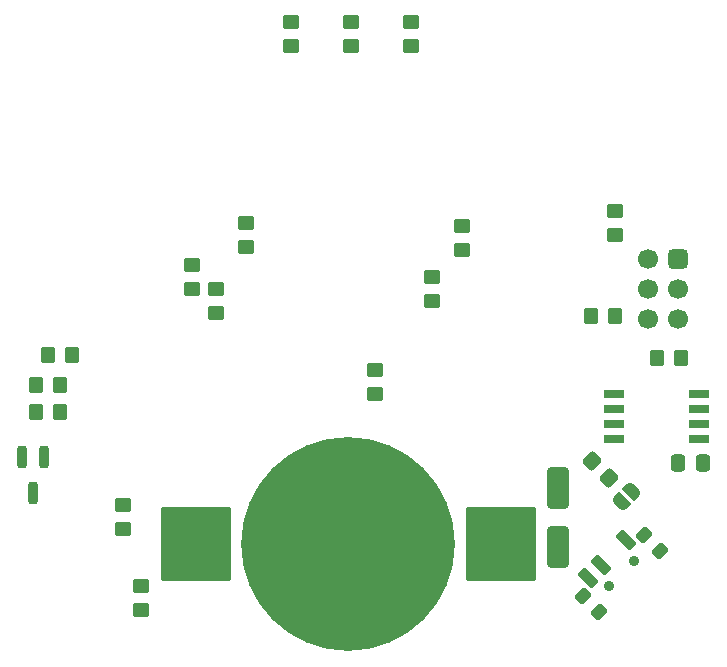
<source format=gbs>
%TF.GenerationSoftware,KiCad,Pcbnew,8.0.6*%
%TF.CreationDate,2024-11-04T22:38:12+01:00*%
%TF.ProjectId,christmas_ornament_2024,63687269-7374-46d6-9173-5f6f726e616d,1.0*%
%TF.SameCoordinates,Original*%
%TF.FileFunction,Soldermask,Bot*%
%TF.FilePolarity,Negative*%
%FSLAX46Y46*%
G04 Gerber Fmt 4.6, Leading zero omitted, Abs format (unit mm)*
G04 Created by KiCad (PCBNEW 8.0.6) date 2024-11-04 22:38:12*
%MOMM*%
%LPD*%
G01*
G04 APERTURE LIST*
G04 Aperture macros list*
%AMRoundRect*
0 Rectangle with rounded corners*
0 $1 Rounding radius*
0 $2 $3 $4 $5 $6 $7 $8 $9 X,Y pos of 4 corners*
0 Add a 4 corners polygon primitive as box body*
4,1,4,$2,$3,$4,$5,$6,$7,$8,$9,$2,$3,0*
0 Add four circle primitives for the rounded corners*
1,1,$1+$1,$2,$3*
1,1,$1+$1,$4,$5*
1,1,$1+$1,$6,$7*
1,1,$1+$1,$8,$9*
0 Add four rect primitives between the rounded corners*
20,1,$1+$1,$2,$3,$4,$5,0*
20,1,$1+$1,$4,$5,$6,$7,0*
20,1,$1+$1,$6,$7,$8,$9,0*
20,1,$1+$1,$8,$9,$2,$3,0*%
%AMFreePoly0*
4,1,19,0.499999,-0.750000,0.000000,-0.750000,0.000000,-0.744912,-0.071157,-0.744911,-0.207708,-0.704816,-0.327430,-0.627875,-0.420627,-0.520320,-0.479746,-0.390866,-0.500000,-0.250000,-0.500000,0.250000,-0.479746,0.390866,-0.420627,0.520320,-0.327430,0.627875,-0.207708,0.704816,-0.071157,0.744911,0.000000,0.744912,0.000000,0.750000,0.499999,0.750000,0.499999,-0.750000,0.499999,-0.750000,
$1*%
%AMFreePoly1*
4,1,19,0.000000,0.744912,0.071157,0.744911,0.207708,0.704816,0.327430,0.627875,0.420627,0.520320,0.479746,0.390866,0.500000,0.250000,0.500000,-0.250000,0.479746,-0.390866,0.420627,-0.520320,0.327430,-0.627875,0.207708,-0.704816,0.071157,-0.744911,0.000000,-0.744912,0.000000,-0.750000,-0.499999,-0.750000,-0.499999,0.750000,0.000000,0.750000,0.000000,0.744912,0.000000,0.744912,
$1*%
G04 Aperture macros list end*
%ADD10RoundRect,0.250000X0.450000X-0.350000X0.450000X0.350000X-0.450000X0.350000X-0.450000X-0.350000X0*%
%ADD11RoundRect,0.250000X-0.565685X-0.070711X-0.070711X-0.565685X0.565685X0.070711X0.070711X0.565685X0*%
%ADD12RoundRect,0.250000X0.337500X0.475000X-0.337500X0.475000X-0.337500X-0.475000X0.337500X-0.475000X0*%
%ADD13C,0.900000*%
%ADD14RoundRect,0.102000X-0.282843X0.777817X-0.777817X0.282843X0.282843X-0.777817X0.777817X-0.282843X0*%
%ADD15RoundRect,0.102000X0.070711X0.636396X-0.636396X-0.070711X-0.070711X-0.636396X0.636396X0.070711X0*%
%ADD16RoundRect,0.250000X-0.450000X0.350000X-0.450000X-0.350000X0.450000X-0.350000X0.450000X0.350000X0*%
%ADD17RoundRect,0.250000X-0.350000X-0.450000X0.350000X-0.450000X0.350000X0.450000X-0.350000X0.450000X0*%
%ADD18RoundRect,0.250000X0.350000X0.450000X-0.350000X0.450000X-0.350000X-0.450000X0.350000X-0.450000X0*%
%ADD19FreePoly0,45.000000*%
%ADD20FreePoly1,45.000000*%
%ADD21R,1.750000X0.650000*%
%ADD22C,18.104000*%
%ADD23RoundRect,0.102000X2.850000X3.050000X-2.850000X3.050000X-2.850000X-3.050000X2.850000X-3.050000X0*%
%ADD24RoundRect,0.425000X0.425000X0.425000X-0.425000X0.425000X-0.425000X-0.425000X0.425000X-0.425000X0*%
%ADD25C,1.700000*%
%ADD26RoundRect,0.200000X-0.200000X0.750000X-0.200000X-0.750000X0.200000X-0.750000X0.200000X0.750000X0*%
%ADD27RoundRect,0.250000X0.650000X-1.500000X0.650000X1.500000X-0.650000X1.500000X-0.650000X-1.500000X0*%
G04 APERTURE END LIST*
D10*
X143946806Y-88150453D03*
X143946806Y-86150453D03*
D11*
X173211699Y-106271346D03*
X174625913Y-107685560D03*
D12*
X182576306Y-106470453D03*
X180501306Y-106470453D03*
D13*
X176802126Y-114763133D03*
X174680806Y-116884453D03*
D14*
X176095019Y-112995366D03*
X173973699Y-115116686D03*
X172913039Y-116177346D03*
D15*
X177640048Y-112560495D03*
X179004764Y-113925211D03*
X173842884Y-119087091D03*
X172478168Y-117722375D03*
D16*
X147756806Y-69148453D03*
X147756806Y-71148453D03*
X157916806Y-69148453D03*
X157916806Y-71148453D03*
D17*
X173172806Y-94024453D03*
X175172806Y-94024453D03*
D18*
X129198806Y-97326453D03*
X127198806Y-97326453D03*
D16*
X133532806Y-110042453D03*
X133532806Y-112042453D03*
D19*
X175696806Y-109772453D03*
D20*
X176616044Y-108853215D03*
D21*
X175050806Y-104438453D03*
X175050806Y-103168454D03*
X175050806Y-101898454D03*
X175050806Y-100628455D03*
X182300806Y-100628455D03*
X182300806Y-101898454D03*
X182300806Y-103168454D03*
X182300806Y-104438453D03*
D16*
X141406806Y-91754453D03*
X141406806Y-93754453D03*
X135056806Y-116900453D03*
X135056806Y-118900453D03*
D10*
X175188806Y-87134453D03*
X175188806Y-85134453D03*
D22*
X152582806Y-113328453D03*
D23*
X165482806Y-113328453D03*
X139682806Y-113328453D03*
D24*
X180522806Y-89198453D03*
D25*
X177982806Y-89198453D03*
X180522806Y-91738453D03*
X177982806Y-91738453D03*
X180522806Y-94278453D03*
X177982806Y-94278453D03*
D18*
X128182806Y-102152453D03*
X126182806Y-102152453D03*
D17*
X126182806Y-99866453D03*
X128182806Y-99866453D03*
D26*
X124962806Y-105986453D03*
X126862806Y-105986453D03*
X125912806Y-108986453D03*
D16*
X152836806Y-69148453D03*
X152836806Y-71148453D03*
D10*
X139374806Y-91706453D03*
X139374806Y-89706453D03*
D18*
X180760806Y-97596453D03*
X178760806Y-97596453D03*
D16*
X159694806Y-90738453D03*
X159694806Y-92738453D03*
D27*
X170362806Y-113542453D03*
X170362806Y-108542453D03*
D10*
X154868806Y-100612453D03*
X154868806Y-98612453D03*
X162234806Y-88420453D03*
X162234806Y-86420453D03*
M02*

</source>
